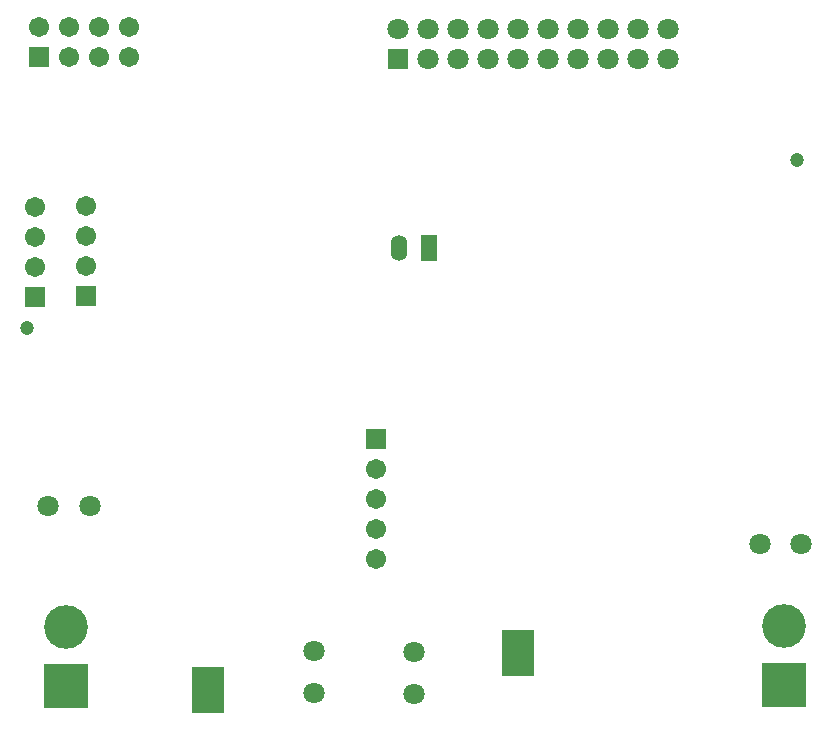
<source format=gbs>
G04 Layer_Color=16711935*
%FSLAX25Y25*%
%MOIN*%
G70*
G01*
G75*
%ADD63R,0.10642X0.15761*%
%ADD69C,0.04737*%
%ADD70C,0.06706*%
%ADD71R,0.06706X0.06706*%
%ADD72C,0.07099*%
%ADD73R,0.07099X0.07099*%
%ADD74R,0.05524X0.08674*%
%ADD75O,0.05524X0.08674*%
%ADD76C,0.14579*%
%ADD77R,0.14579X0.14579*%
%ADD78R,0.06706X0.06706*%
%ADD79C,0.04000*%
D63*
X172700Y31700D02*
D03*
X69300Y19300D02*
D03*
D69*
X265700Y195800D02*
D03*
X9100Y140000D02*
D03*
D70*
X125300Y62800D02*
D03*
Y72800D02*
D03*
Y82800D02*
D03*
Y92800D02*
D03*
X13200Y240300D02*
D03*
X23200Y230300D02*
D03*
Y240300D02*
D03*
X33200Y230300D02*
D03*
Y240300D02*
D03*
X43200Y230300D02*
D03*
Y240300D02*
D03*
X28800Y180700D02*
D03*
Y170700D02*
D03*
Y160700D02*
D03*
X11800Y180200D02*
D03*
Y170200D02*
D03*
Y160200D02*
D03*
D71*
X125300Y102800D02*
D03*
X28800Y150700D02*
D03*
X11800Y150200D02*
D03*
D72*
X222900Y239700D02*
D03*
X212900D02*
D03*
X202900D02*
D03*
X192900D02*
D03*
X182900D02*
D03*
X172900D02*
D03*
X162900D02*
D03*
X152900D02*
D03*
X142900D02*
D03*
X132900D02*
D03*
X222900Y229700D02*
D03*
X212900D02*
D03*
X202900D02*
D03*
X192900D02*
D03*
X182900D02*
D03*
X172900D02*
D03*
X162900D02*
D03*
X152900D02*
D03*
X142900D02*
D03*
X267179Y67900D02*
D03*
X253400D02*
D03*
X16220Y80500D02*
D03*
X30000D02*
D03*
X104900Y18420D02*
D03*
Y32200D02*
D03*
X138100Y31879D02*
D03*
Y18100D02*
D03*
D73*
X132900Y229700D02*
D03*
D74*
X143200Y166600D02*
D03*
D75*
X133200Y166600D02*
D03*
D76*
X261600Y40485D02*
D03*
X22000Y40385D02*
D03*
D77*
X261600Y20800D02*
D03*
X22000Y20700D02*
D03*
D78*
X13200Y230300D02*
D03*
D79*
X172989Y31400D02*
D03*
Y36400D02*
D03*
Y26400D02*
D03*
X69011Y19600D02*
D03*
Y14600D02*
D03*
Y24600D02*
D03*
M02*

</source>
